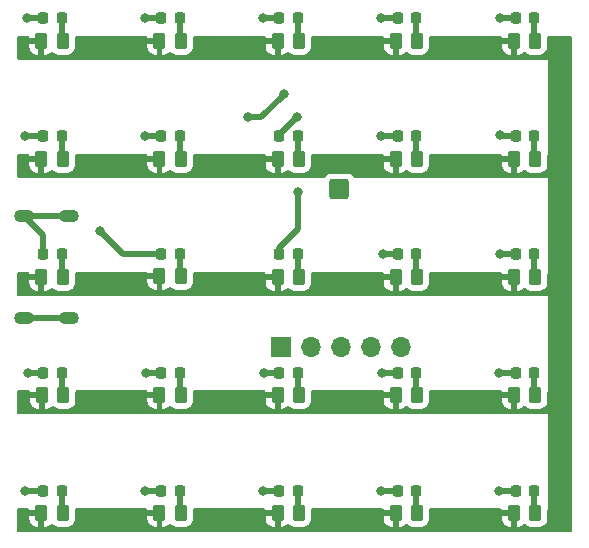
<source format=gtl>
G04 #@! TF.GenerationSoftware,KiCad,Pcbnew,7.0.9*
G04 #@! TF.CreationDate,2024-04-06T01:03:45+02:00*
G04 #@! TF.ProjectId,v3,76332e6b-6963-4616-945f-706362585858,rev?*
G04 #@! TF.SameCoordinates,Original*
G04 #@! TF.FileFunction,Copper,L1,Top*
G04 #@! TF.FilePolarity,Positive*
%FSLAX46Y46*%
G04 Gerber Fmt 4.6, Leading zero omitted, Abs format (unit mm)*
G04 Created by KiCad (PCBNEW 7.0.9) date 2024-04-06 01:03:45*
%MOMM*%
%LPD*%
G01*
G04 APERTURE LIST*
G04 Aperture macros list*
%AMRoundRect*
0 Rectangle with rounded corners*
0 $1 Rounding radius*
0 $2 $3 $4 $5 $6 $7 $8 $9 X,Y pos of 4 corners*
0 Add a 4 corners polygon primitive as box body*
4,1,4,$2,$3,$4,$5,$6,$7,$8,$9,$2,$3,0*
0 Add four circle primitives for the rounded corners*
1,1,$1+$1,$2,$3*
1,1,$1+$1,$4,$5*
1,1,$1+$1,$6,$7*
1,1,$1+$1,$8,$9*
0 Add four rect primitives between the rounded corners*
20,1,$1+$1,$2,$3,$4,$5,0*
20,1,$1+$1,$4,$5,$6,$7,0*
20,1,$1+$1,$6,$7,$8,$9,0*
20,1,$1+$1,$8,$9,$2,$3,0*%
G04 Aperture macros list end*
G04 #@! TA.AperFunction,SMDPad,CuDef*
%ADD10RoundRect,0.250000X-0.262500X-0.450000X0.262500X-0.450000X0.262500X0.450000X-0.262500X0.450000X0*%
G04 #@! TD*
G04 #@! TA.AperFunction,SMDPad,CuDef*
%ADD11RoundRect,0.218750X-0.218750X-0.256250X0.218750X-0.256250X0.218750X0.256250X-0.218750X0.256250X0*%
G04 #@! TD*
G04 #@! TA.AperFunction,ComponentPad*
%ADD12RoundRect,0.250000X0.600000X0.600000X-0.600000X0.600000X-0.600000X-0.600000X0.600000X-0.600000X0*%
G04 #@! TD*
G04 #@! TA.AperFunction,ComponentPad*
%ADD13R,1.700000X1.700000*%
G04 #@! TD*
G04 #@! TA.AperFunction,ComponentPad*
%ADD14O,1.700000X1.700000*%
G04 #@! TD*
G04 #@! TA.AperFunction,ComponentPad*
%ADD15O,1.700000X1.100000*%
G04 #@! TD*
G04 #@! TA.AperFunction,ViaPad*
%ADD16C,0.800000*%
G04 #@! TD*
G04 #@! TA.AperFunction,Conductor*
%ADD17C,0.500000*%
G04 #@! TD*
G04 APERTURE END LIST*
D10*
X174062500Y-116900000D03*
X175887500Y-116900000D03*
X174062500Y-106900000D03*
X175887500Y-106900000D03*
X174062500Y-96900000D03*
X175887500Y-96900000D03*
X174062500Y-86900000D03*
X175887500Y-86900000D03*
X174062500Y-76900000D03*
X175887500Y-76900000D03*
X164062500Y-116900000D03*
X165887500Y-116900000D03*
X164062500Y-106900000D03*
X165887500Y-106900000D03*
X164062500Y-96900000D03*
X165887500Y-96900000D03*
X164062500Y-86900000D03*
X165887500Y-86900000D03*
X164062500Y-76900000D03*
X165887500Y-76900000D03*
X154062500Y-116900000D03*
X155887500Y-116900000D03*
X154062500Y-106900000D03*
X155887500Y-106900000D03*
X154062500Y-96900000D03*
X155887500Y-96900000D03*
X154062500Y-86900000D03*
X155887500Y-86900000D03*
X154062500Y-76900000D03*
X155887500Y-76900000D03*
X144062500Y-116900000D03*
X145887500Y-116900000D03*
X144062500Y-106900000D03*
X145887500Y-106900000D03*
X144062500Y-96800000D03*
X145887500Y-96800000D03*
X144062500Y-86900000D03*
X145887500Y-86900000D03*
X144062500Y-76900000D03*
X145887500Y-76900000D03*
X134062500Y-116900000D03*
X135887500Y-116900000D03*
X134112500Y-106900000D03*
X135937500Y-106900000D03*
X134062500Y-96900000D03*
X135887500Y-96900000D03*
X134062500Y-86900000D03*
X135887500Y-86900000D03*
X134062500Y-76900000D03*
X135887500Y-76900000D03*
D11*
X154200000Y-75000000D03*
X155775000Y-75000000D03*
X154225000Y-85000000D03*
X155800000Y-85000000D03*
X134237500Y-95000000D03*
X135812500Y-95000000D03*
X164225000Y-105000000D03*
X165800000Y-105000000D03*
X164225000Y-115000000D03*
X165800000Y-115000000D03*
X144225000Y-85000000D03*
X145800000Y-85000000D03*
X174225000Y-85000000D03*
X175800000Y-85000000D03*
X144200000Y-105000000D03*
X145775000Y-105000000D03*
X164225000Y-95000000D03*
X165800000Y-95000000D03*
X174225000Y-115000000D03*
X175800000Y-115000000D03*
X174225000Y-95000000D03*
X175800000Y-95000000D03*
X144225000Y-75000000D03*
X145800000Y-75000000D03*
X134225000Y-75000000D03*
X135800000Y-75000000D03*
X164225000Y-85000000D03*
X165800000Y-85000000D03*
X134225000Y-115000000D03*
X135800000Y-115000000D03*
X154225000Y-115000000D03*
X155800000Y-115000000D03*
X174225000Y-75000000D03*
X175800000Y-75000000D03*
X134237500Y-85000000D03*
X135812500Y-85000000D03*
X164225000Y-75000000D03*
X165800000Y-75000000D03*
X134237500Y-105000000D03*
X135812500Y-105000000D03*
X144225000Y-115000000D03*
X145800000Y-115000000D03*
X154225000Y-95000000D03*
X155800000Y-95000000D03*
X174225000Y-105000000D03*
X175800000Y-105000000D03*
X144225000Y-95000000D03*
X145800000Y-95000000D03*
X154225000Y-105000000D03*
X155800000Y-105000000D03*
D12*
X159300000Y-89500000D03*
D13*
X154360000Y-102800000D03*
D14*
X156900000Y-102800000D03*
X159440000Y-102800000D03*
X161980000Y-102800000D03*
X164520000Y-102800000D03*
D15*
X132600000Y-100400000D03*
X136400000Y-100400000D03*
X132600000Y-91760000D03*
X136400000Y-91760000D03*
D16*
X132900000Y-105000000D03*
X132850000Y-75000000D03*
X142800000Y-115000000D03*
X142800000Y-85000000D03*
X172800000Y-105000000D03*
X172900000Y-95000000D03*
X152850000Y-75000000D03*
X172900000Y-75000000D03*
X163000000Y-95000000D03*
X142900000Y-105000000D03*
X139000000Y-93000000D03*
X132700000Y-115000000D03*
X155700000Y-83400000D03*
X162900000Y-105000000D03*
X142800000Y-75000000D03*
X132700000Y-85000000D03*
X172800000Y-115000000D03*
X152800000Y-115000000D03*
X162800000Y-85000000D03*
X152900000Y-105000000D03*
X162850000Y-75000000D03*
X155800000Y-89700000D03*
X162800000Y-115000000D03*
X172900000Y-84900000D03*
X154600000Y-81400000D03*
X151600000Y-83400000D03*
X150100000Y-87800000D03*
X152500000Y-87800000D03*
X151300000Y-87050000D03*
D17*
X141000000Y-95000000D02*
X144225000Y-95000000D01*
X139000000Y-93000000D02*
X141000000Y-95000000D01*
X134237500Y-105000000D02*
X132900000Y-105000000D01*
X155800000Y-92855000D02*
X154225000Y-94430000D01*
X155800000Y-89700000D02*
X155800000Y-92855000D01*
X154225000Y-94430000D02*
X154225000Y-95000000D01*
X155700000Y-83400000D02*
X154225000Y-84875000D01*
X154225000Y-84875000D02*
X154225000Y-85000000D01*
X164225000Y-105000000D02*
X164225000Y-104775000D01*
X174225000Y-75000000D02*
X172900000Y-75000000D01*
X174225000Y-105000000D02*
X172800000Y-105000000D01*
X173000000Y-85000000D02*
X172900000Y-84900000D01*
X174225000Y-115000000D02*
X172800000Y-115000000D01*
X142850000Y-85000000D02*
X142800000Y-85000000D01*
X164225000Y-75000000D02*
X162850000Y-75000000D01*
X132750000Y-115000000D02*
X132700000Y-115000000D01*
X132750000Y-85000000D02*
X132700000Y-85000000D01*
X174225000Y-95000000D02*
X172900000Y-95000000D01*
X154200000Y-75000000D02*
X152850000Y-75000000D01*
X142850000Y-115000000D02*
X142800000Y-115000000D01*
X144200000Y-105000000D02*
X142900000Y-105000000D01*
X144225000Y-85000000D02*
X142850000Y-85000000D01*
X164225000Y-105000000D02*
X163200000Y-105000000D01*
X144225000Y-115000000D02*
X142850000Y-115000000D01*
X144225000Y-75000000D02*
X142800000Y-75000000D01*
X164225000Y-95000000D02*
X163000000Y-95000000D01*
X154225000Y-105000000D02*
X152900000Y-105000000D01*
X162800000Y-85000000D02*
X164225000Y-85000000D01*
X154225000Y-115000000D02*
X152800000Y-115000000D01*
X174225000Y-85000000D02*
X173000000Y-85000000D01*
X132600000Y-91760000D02*
X136400000Y-91760000D01*
X134237500Y-93397500D02*
X132600000Y-91760000D01*
X163200000Y-105000000D02*
X162900000Y-105000000D01*
X134225000Y-115000000D02*
X132750000Y-115000000D01*
X162800000Y-115000000D02*
X164225000Y-115000000D01*
X134237500Y-95000000D02*
X134237500Y-93397500D01*
X134225000Y-75000000D02*
X132850000Y-75000000D01*
X134237500Y-85000000D02*
X132750000Y-85000000D01*
X136400000Y-100400000D02*
X132600000Y-100400000D01*
X135800000Y-76900000D02*
X135800000Y-75000000D01*
X135800000Y-85012500D02*
X135812500Y-85000000D01*
X135800000Y-86900000D02*
X135800000Y-85012500D01*
X135812500Y-95000000D02*
X135812500Y-96887500D01*
X135812500Y-96887500D02*
X135800000Y-96900000D01*
X135812500Y-106862500D02*
X135850000Y-106900000D01*
X135812500Y-105000000D02*
X135812500Y-106862500D01*
X135800000Y-115000000D02*
X135800000Y-116900000D01*
X145800000Y-76900000D02*
X145800000Y-75000000D01*
X145800000Y-85000000D02*
X145800000Y-86900000D01*
X145800000Y-95000000D02*
X145800000Y-96800000D01*
X145775000Y-106875000D02*
X145800000Y-106900000D01*
X145775000Y-105000000D02*
X145775000Y-106875000D01*
X145800000Y-115000000D02*
X145800000Y-116900000D01*
X155800000Y-75025000D02*
X155775000Y-75000000D01*
X155800000Y-76900000D02*
X155800000Y-75025000D01*
X155800000Y-86900000D02*
X155800000Y-85000000D01*
X155800000Y-95000000D02*
X155800000Y-96900000D01*
X155800000Y-105000000D02*
X155800000Y-106900000D01*
X155800000Y-115000000D02*
X155800000Y-116900000D01*
X165800000Y-75000000D02*
X165800000Y-76900000D01*
X165800000Y-86900000D02*
X165800000Y-85000000D01*
X165800000Y-96900000D02*
X165800000Y-95000000D01*
X165800000Y-105000000D02*
X165800000Y-106900000D01*
X165800000Y-115000000D02*
X165800000Y-116900000D01*
X175800000Y-76900000D02*
X175800000Y-75000000D01*
X175800000Y-86900000D02*
X175800000Y-85000000D01*
X175800000Y-96900000D02*
X175800000Y-95000000D01*
X175800000Y-105000000D02*
X175800000Y-106900000D01*
X175800000Y-115000000D02*
X175800000Y-116900000D01*
X151600000Y-83400000D02*
X152700000Y-83400000D01*
X152700000Y-83400000D02*
X154600000Y-81500000D01*
X154600000Y-81500000D02*
X154600000Y-81400000D01*
G04 #@! TA.AperFunction,Conductor*
G36*
X132993039Y-86519685D02*
G01*
X133038794Y-86572489D01*
X133050000Y-86624000D01*
X133050000Y-86650000D01*
X134188500Y-86650000D01*
X134255539Y-86669685D01*
X134301294Y-86722489D01*
X134312500Y-86774000D01*
X134312500Y-88099999D01*
X134374972Y-88099999D01*
X134374986Y-88099998D01*
X134477697Y-88089505D01*
X134644119Y-88034358D01*
X134644124Y-88034356D01*
X134793342Y-87942317D01*
X134886964Y-87848695D01*
X134948287Y-87815210D01*
X135017979Y-87820194D01*
X135062327Y-87848695D01*
X135156344Y-87942712D01*
X135305666Y-88034814D01*
X135472203Y-88089999D01*
X135574991Y-88100500D01*
X136200008Y-88100499D01*
X136200016Y-88100498D01*
X136200019Y-88100498D01*
X136256302Y-88094748D01*
X136302797Y-88089999D01*
X136469334Y-88034814D01*
X136618656Y-87942712D01*
X136742712Y-87818656D01*
X136834814Y-87669334D01*
X136889999Y-87502797D01*
X136900500Y-87400009D01*
X136900500Y-87150000D01*
X143050001Y-87150000D01*
X143050001Y-87399986D01*
X143060494Y-87502697D01*
X143115641Y-87669119D01*
X143115643Y-87669124D01*
X143207684Y-87818345D01*
X143331654Y-87942315D01*
X143480875Y-88034356D01*
X143480880Y-88034358D01*
X143647302Y-88089505D01*
X143647309Y-88089506D01*
X143750019Y-88099999D01*
X143812499Y-88099998D01*
X143812500Y-88099998D01*
X143812500Y-87150000D01*
X143050001Y-87150000D01*
X136900500Y-87150000D01*
X136900499Y-86623999D01*
X136920183Y-86556961D01*
X136972987Y-86511206D01*
X137024499Y-86500000D01*
X142926000Y-86500000D01*
X142993039Y-86519685D01*
X143038794Y-86572489D01*
X143050000Y-86624000D01*
X143050000Y-86650000D01*
X144188500Y-86650000D01*
X144255539Y-86669685D01*
X144301294Y-86722489D01*
X144312500Y-86774000D01*
X144312500Y-88099999D01*
X144374972Y-88099999D01*
X144374986Y-88099998D01*
X144477697Y-88089505D01*
X144644119Y-88034358D01*
X144644124Y-88034356D01*
X144793342Y-87942317D01*
X144886964Y-87848695D01*
X144948287Y-87815210D01*
X145017979Y-87820194D01*
X145062327Y-87848695D01*
X145156344Y-87942712D01*
X145305666Y-88034814D01*
X145472203Y-88089999D01*
X145574991Y-88100500D01*
X146200008Y-88100499D01*
X146200016Y-88100498D01*
X146200019Y-88100498D01*
X146256302Y-88094748D01*
X146302797Y-88089999D01*
X146469334Y-88034814D01*
X146618656Y-87942712D01*
X146742712Y-87818656D01*
X146834814Y-87669334D01*
X146889999Y-87502797D01*
X146900500Y-87400009D01*
X146900500Y-87150000D01*
X153050001Y-87150000D01*
X153050001Y-87399986D01*
X153060494Y-87502697D01*
X153115641Y-87669119D01*
X153115643Y-87669124D01*
X153207684Y-87818345D01*
X153331654Y-87942315D01*
X153480875Y-88034356D01*
X153480880Y-88034358D01*
X153647302Y-88089505D01*
X153647309Y-88089506D01*
X153750019Y-88099999D01*
X153812499Y-88099998D01*
X153812500Y-88099998D01*
X153812500Y-87150000D01*
X153050001Y-87150000D01*
X146900500Y-87150000D01*
X146900499Y-86623999D01*
X146920183Y-86556961D01*
X146972987Y-86511206D01*
X147024499Y-86500000D01*
X152926000Y-86500000D01*
X152993039Y-86519685D01*
X153038794Y-86572489D01*
X153050000Y-86624000D01*
X153050000Y-86650000D01*
X154188500Y-86650000D01*
X154255539Y-86669685D01*
X154301294Y-86722489D01*
X154312500Y-86774000D01*
X154312500Y-88099999D01*
X154374972Y-88099999D01*
X154374986Y-88099998D01*
X154477697Y-88089505D01*
X154644119Y-88034358D01*
X154644124Y-88034356D01*
X154793342Y-87942317D01*
X154886964Y-87848695D01*
X154948287Y-87815210D01*
X155017979Y-87820194D01*
X155062327Y-87848695D01*
X155156344Y-87942712D01*
X155305666Y-88034814D01*
X155472203Y-88089999D01*
X155574991Y-88100500D01*
X156200008Y-88100499D01*
X156200016Y-88100498D01*
X156200019Y-88100498D01*
X156256302Y-88094748D01*
X156302797Y-88089999D01*
X156469334Y-88034814D01*
X156618656Y-87942712D01*
X156742712Y-87818656D01*
X156834814Y-87669334D01*
X156889999Y-87502797D01*
X156900500Y-87400009D01*
X156900500Y-87150000D01*
X163050001Y-87150000D01*
X163050001Y-87399986D01*
X163060494Y-87502697D01*
X163115641Y-87669119D01*
X163115643Y-87669124D01*
X163207684Y-87818345D01*
X163331654Y-87942315D01*
X163480875Y-88034356D01*
X163480880Y-88034358D01*
X163647302Y-88089505D01*
X163647309Y-88089506D01*
X163750019Y-88099999D01*
X163812499Y-88099998D01*
X163812500Y-88099998D01*
X163812500Y-87150000D01*
X163050001Y-87150000D01*
X156900500Y-87150000D01*
X156900499Y-86623999D01*
X156920183Y-86556961D01*
X156972987Y-86511206D01*
X157024499Y-86500000D01*
X162926000Y-86500000D01*
X162993039Y-86519685D01*
X163038794Y-86572489D01*
X163050000Y-86624000D01*
X163050000Y-86650000D01*
X164188500Y-86650000D01*
X164255539Y-86669685D01*
X164301294Y-86722489D01*
X164312500Y-86774000D01*
X164312500Y-88099999D01*
X164374972Y-88099999D01*
X164374986Y-88099998D01*
X164477697Y-88089505D01*
X164644119Y-88034358D01*
X164644124Y-88034356D01*
X164793342Y-87942317D01*
X164886964Y-87848695D01*
X164948287Y-87815210D01*
X165017979Y-87820194D01*
X165062327Y-87848695D01*
X165156344Y-87942712D01*
X165305666Y-88034814D01*
X165472203Y-88089999D01*
X165574991Y-88100500D01*
X166200008Y-88100499D01*
X166200016Y-88100498D01*
X166200019Y-88100498D01*
X166256302Y-88094748D01*
X166302797Y-88089999D01*
X166469334Y-88034814D01*
X166618656Y-87942712D01*
X166742712Y-87818656D01*
X166834814Y-87669334D01*
X166889999Y-87502797D01*
X166900500Y-87400009D01*
X166900500Y-87150000D01*
X173050001Y-87150000D01*
X173050001Y-87399986D01*
X173060494Y-87502697D01*
X173115641Y-87669119D01*
X173115643Y-87669124D01*
X173207684Y-87818345D01*
X173331654Y-87942315D01*
X173480875Y-88034356D01*
X173480880Y-88034358D01*
X173647302Y-88089505D01*
X173647309Y-88089506D01*
X173750019Y-88099999D01*
X173812499Y-88099998D01*
X173812500Y-88099998D01*
X173812500Y-87150000D01*
X173050001Y-87150000D01*
X166900500Y-87150000D01*
X166900499Y-86623999D01*
X166920183Y-86556961D01*
X166972987Y-86511206D01*
X167024499Y-86500000D01*
X172926000Y-86500000D01*
X172993039Y-86519685D01*
X173038794Y-86572489D01*
X173050000Y-86624000D01*
X173050000Y-86650000D01*
X174188500Y-86650000D01*
X174255539Y-86669685D01*
X174301294Y-86722489D01*
X174312500Y-86774000D01*
X174312500Y-88099999D01*
X174374972Y-88099999D01*
X174374986Y-88099998D01*
X174477697Y-88089505D01*
X174644119Y-88034358D01*
X174644124Y-88034356D01*
X174793342Y-87942317D01*
X174886964Y-87848695D01*
X174948287Y-87815210D01*
X175017979Y-87820194D01*
X175062327Y-87848695D01*
X175156344Y-87942712D01*
X175305666Y-88034814D01*
X175472203Y-88089999D01*
X175574991Y-88100500D01*
X176200008Y-88100499D01*
X176200016Y-88100498D01*
X176200019Y-88100498D01*
X176256302Y-88094748D01*
X176302797Y-88089999D01*
X176469334Y-88034814D01*
X176618656Y-87942712D01*
X176742712Y-87818656D01*
X176834814Y-87669334D01*
X176889999Y-87502797D01*
X176900500Y-87400009D01*
X176900499Y-86623999D01*
X176920183Y-86556961D01*
X176972987Y-86511206D01*
X176993188Y-86506811D01*
X177000000Y-86500000D01*
X177000000Y-88500000D01*
X160604266Y-88500000D01*
X160537227Y-88480315D01*
X160498729Y-88441099D01*
X160492712Y-88431344D01*
X160368657Y-88307289D01*
X160368656Y-88307288D01*
X160219334Y-88215186D01*
X160052797Y-88160001D01*
X160052795Y-88160000D01*
X159950010Y-88149500D01*
X158649998Y-88149500D01*
X158649981Y-88149501D01*
X158547203Y-88160000D01*
X158547200Y-88160001D01*
X158380668Y-88215185D01*
X158380663Y-88215187D01*
X158231342Y-88307289D01*
X158107287Y-88431344D01*
X158101271Y-88441099D01*
X158049323Y-88487822D01*
X157995734Y-88500000D01*
X132124000Y-88500000D01*
X132056961Y-88480315D01*
X132011206Y-88427511D01*
X132000000Y-88376000D01*
X132000000Y-87150000D01*
X133050001Y-87150000D01*
X133050001Y-87399986D01*
X133060494Y-87502697D01*
X133115641Y-87669119D01*
X133115643Y-87669124D01*
X133207684Y-87818345D01*
X133331654Y-87942315D01*
X133480875Y-88034356D01*
X133480880Y-88034358D01*
X133647302Y-88089505D01*
X133647309Y-88089506D01*
X133750019Y-88099999D01*
X133812499Y-88099998D01*
X133812500Y-88099998D01*
X133812500Y-87150000D01*
X133050001Y-87150000D01*
X132000000Y-87150000D01*
X132000000Y-86624000D01*
X132019685Y-86556961D01*
X132072489Y-86511206D01*
X132124000Y-86500000D01*
X132926000Y-86500000D01*
X132993039Y-86519685D01*
G37*
G04 #@! TD.AperFunction*
G04 #@! TA.AperFunction,Conductor*
G36*
X133043039Y-106519685D02*
G01*
X133088794Y-106572489D01*
X133100000Y-106624000D01*
X133100000Y-106650000D01*
X134238500Y-106650000D01*
X134305539Y-106669685D01*
X134351294Y-106722489D01*
X134362500Y-106774000D01*
X134362500Y-108099999D01*
X134424972Y-108099999D01*
X134424986Y-108099998D01*
X134527697Y-108089505D01*
X134694119Y-108034358D01*
X134694124Y-108034356D01*
X134843342Y-107942317D01*
X134936964Y-107848695D01*
X134998287Y-107815210D01*
X135067979Y-107820194D01*
X135112327Y-107848695D01*
X135206344Y-107942712D01*
X135355666Y-108034814D01*
X135522203Y-108089999D01*
X135624991Y-108100500D01*
X136250008Y-108100499D01*
X136250016Y-108100498D01*
X136250019Y-108100498D01*
X136306302Y-108094748D01*
X136352797Y-108089999D01*
X136519334Y-108034814D01*
X136668656Y-107942712D01*
X136792712Y-107818656D01*
X136884814Y-107669334D01*
X136939999Y-107502797D01*
X136950500Y-107400009D01*
X136950500Y-107150000D01*
X143050001Y-107150000D01*
X143050001Y-107399986D01*
X143060494Y-107502697D01*
X143115641Y-107669119D01*
X143115643Y-107669124D01*
X143207684Y-107818345D01*
X143331654Y-107942315D01*
X143480875Y-108034356D01*
X143480880Y-108034358D01*
X143647302Y-108089505D01*
X143647309Y-108089506D01*
X143750019Y-108099999D01*
X143812499Y-108099998D01*
X143812500Y-108099998D01*
X143812500Y-107150000D01*
X143050001Y-107150000D01*
X136950500Y-107150000D01*
X136950499Y-106623999D01*
X136970183Y-106556961D01*
X137022987Y-106511206D01*
X137074499Y-106500000D01*
X142926000Y-106500000D01*
X142993039Y-106519685D01*
X143038794Y-106572489D01*
X143050000Y-106624000D01*
X143050000Y-106650000D01*
X144188500Y-106650000D01*
X144255539Y-106669685D01*
X144301294Y-106722489D01*
X144312500Y-106774000D01*
X144312500Y-108099999D01*
X144374972Y-108099999D01*
X144374986Y-108099998D01*
X144477697Y-108089505D01*
X144644119Y-108034358D01*
X144644124Y-108034356D01*
X144793342Y-107942317D01*
X144886964Y-107848695D01*
X144948287Y-107815210D01*
X145017979Y-107820194D01*
X145062327Y-107848695D01*
X145156344Y-107942712D01*
X145305666Y-108034814D01*
X145472203Y-108089999D01*
X145574991Y-108100500D01*
X146200008Y-108100499D01*
X146200016Y-108100498D01*
X146200019Y-108100498D01*
X146256302Y-108094748D01*
X146302797Y-108089999D01*
X146469334Y-108034814D01*
X146618656Y-107942712D01*
X146742712Y-107818656D01*
X146834814Y-107669334D01*
X146889999Y-107502797D01*
X146900500Y-107400009D01*
X146900500Y-107150000D01*
X153050001Y-107150000D01*
X153050001Y-107399986D01*
X153060494Y-107502697D01*
X153115641Y-107669119D01*
X153115643Y-107669124D01*
X153207684Y-107818345D01*
X153331654Y-107942315D01*
X153480875Y-108034356D01*
X153480880Y-108034358D01*
X153647302Y-108089505D01*
X153647309Y-108089506D01*
X153750019Y-108099999D01*
X153812499Y-108099998D01*
X153812500Y-108099998D01*
X153812500Y-107150000D01*
X153050001Y-107150000D01*
X146900500Y-107150000D01*
X146900499Y-106623999D01*
X146920183Y-106556961D01*
X146972987Y-106511206D01*
X147024499Y-106500000D01*
X152926000Y-106500000D01*
X152993039Y-106519685D01*
X153038794Y-106572489D01*
X153050000Y-106624000D01*
X153050000Y-106650000D01*
X154188500Y-106650000D01*
X154255539Y-106669685D01*
X154301294Y-106722489D01*
X154312500Y-106774000D01*
X154312500Y-108099999D01*
X154374972Y-108099999D01*
X154374986Y-108099998D01*
X154477697Y-108089505D01*
X154644119Y-108034358D01*
X154644124Y-108034356D01*
X154793342Y-107942317D01*
X154886964Y-107848695D01*
X154948287Y-107815210D01*
X155017979Y-107820194D01*
X155062327Y-107848695D01*
X155156344Y-107942712D01*
X155305666Y-108034814D01*
X155472203Y-108089999D01*
X155574991Y-108100500D01*
X156200008Y-108100499D01*
X156200016Y-108100498D01*
X156200019Y-108100498D01*
X156256302Y-108094748D01*
X156302797Y-108089999D01*
X156469334Y-108034814D01*
X156618656Y-107942712D01*
X156742712Y-107818656D01*
X156834814Y-107669334D01*
X156889999Y-107502797D01*
X156900500Y-107400009D01*
X156900500Y-107150000D01*
X163050001Y-107150000D01*
X163050001Y-107399986D01*
X163060494Y-107502697D01*
X163115641Y-107669119D01*
X163115643Y-107669124D01*
X163207684Y-107818345D01*
X163331654Y-107942315D01*
X163480875Y-108034356D01*
X163480880Y-108034358D01*
X163647302Y-108089505D01*
X163647309Y-108089506D01*
X163750019Y-108099999D01*
X163812499Y-108099998D01*
X163812500Y-108099998D01*
X163812500Y-107150000D01*
X163050001Y-107150000D01*
X156900500Y-107150000D01*
X156900499Y-106623999D01*
X156920183Y-106556961D01*
X156972987Y-106511206D01*
X157024499Y-106500000D01*
X162926000Y-106500000D01*
X162993039Y-106519685D01*
X163038794Y-106572489D01*
X163050000Y-106624000D01*
X163050000Y-106650000D01*
X164188500Y-106650000D01*
X164255539Y-106669685D01*
X164301294Y-106722489D01*
X164312500Y-106774000D01*
X164312500Y-108099999D01*
X164374972Y-108099999D01*
X164374986Y-108099998D01*
X164477697Y-108089505D01*
X164644119Y-108034358D01*
X164644124Y-108034356D01*
X164793342Y-107942317D01*
X164886964Y-107848695D01*
X164948287Y-107815210D01*
X165017979Y-107820194D01*
X165062327Y-107848695D01*
X165156344Y-107942712D01*
X165305666Y-108034814D01*
X165472203Y-108089999D01*
X165574991Y-108100500D01*
X166200008Y-108100499D01*
X166200016Y-108100498D01*
X166200019Y-108100498D01*
X166256302Y-108094748D01*
X166302797Y-108089999D01*
X166469334Y-108034814D01*
X166618656Y-107942712D01*
X166742712Y-107818656D01*
X166834814Y-107669334D01*
X166889999Y-107502797D01*
X166900500Y-107400009D01*
X166900500Y-107150000D01*
X173050001Y-107150000D01*
X173050001Y-107399986D01*
X173060494Y-107502697D01*
X173115641Y-107669119D01*
X173115643Y-107669124D01*
X173207684Y-107818345D01*
X173331654Y-107942315D01*
X173480875Y-108034356D01*
X173480880Y-108034358D01*
X173647302Y-108089505D01*
X173647309Y-108089506D01*
X173750019Y-108099999D01*
X173812499Y-108099998D01*
X173812500Y-108099998D01*
X173812500Y-107150000D01*
X173050001Y-107150000D01*
X166900500Y-107150000D01*
X166900499Y-106623999D01*
X166920183Y-106556961D01*
X166972987Y-106511206D01*
X167024499Y-106500000D01*
X172926000Y-106500000D01*
X172993039Y-106519685D01*
X173038794Y-106572489D01*
X173050000Y-106624000D01*
X173050000Y-106650000D01*
X174188500Y-106650000D01*
X174255539Y-106669685D01*
X174301294Y-106722489D01*
X174312500Y-106774000D01*
X174312500Y-108099999D01*
X174374972Y-108099999D01*
X174374986Y-108099998D01*
X174477697Y-108089505D01*
X174644119Y-108034358D01*
X174644124Y-108034356D01*
X174793342Y-107942317D01*
X174886964Y-107848695D01*
X174948287Y-107815210D01*
X175017979Y-107820194D01*
X175062327Y-107848695D01*
X175156344Y-107942712D01*
X175305666Y-108034814D01*
X175472203Y-108089999D01*
X175574991Y-108100500D01*
X176200008Y-108100499D01*
X176200016Y-108100498D01*
X176200019Y-108100498D01*
X176256302Y-108094748D01*
X176302797Y-108089999D01*
X176469334Y-108034814D01*
X176618656Y-107942712D01*
X176742712Y-107818656D01*
X176834814Y-107669334D01*
X176889999Y-107502797D01*
X176900500Y-107400009D01*
X176900499Y-106623999D01*
X176920183Y-106556961D01*
X176972987Y-106511206D01*
X176993188Y-106506811D01*
X177000000Y-106500000D01*
X177000000Y-108500000D01*
X132124000Y-108500000D01*
X132056961Y-108480315D01*
X132011206Y-108427511D01*
X132000000Y-108376000D01*
X132000000Y-107150000D01*
X133100001Y-107150000D01*
X133100001Y-107399986D01*
X133110494Y-107502697D01*
X133165641Y-107669119D01*
X133165643Y-107669124D01*
X133257684Y-107818345D01*
X133381654Y-107942315D01*
X133530875Y-108034356D01*
X133530880Y-108034358D01*
X133697302Y-108089505D01*
X133697309Y-108089506D01*
X133800019Y-108099999D01*
X133862499Y-108099998D01*
X133862500Y-108099998D01*
X133862500Y-107150000D01*
X133100001Y-107150000D01*
X132000000Y-107150000D01*
X132000000Y-106624000D01*
X132019685Y-106556961D01*
X132072489Y-106511206D01*
X132124000Y-106500000D01*
X132976000Y-106500000D01*
X133043039Y-106519685D01*
G37*
G04 #@! TD.AperFunction*
G04 #@! TA.AperFunction,Conductor*
G36*
X178943039Y-76519685D02*
G01*
X178988794Y-76572489D01*
X179000000Y-76624000D01*
X179000000Y-118376000D01*
X178980315Y-118443039D01*
X178927511Y-118488794D01*
X178876000Y-118500000D01*
X177000000Y-118500000D01*
X177000000Y-76500000D01*
X178876000Y-76500000D01*
X178943039Y-76519685D01*
G37*
G04 #@! TD.AperFunction*
G04 #@! TA.AperFunction,Conductor*
G36*
X132993039Y-76519685D02*
G01*
X133038794Y-76572489D01*
X133050000Y-76624000D01*
X133050000Y-76650000D01*
X134188500Y-76650000D01*
X134255539Y-76669685D01*
X134301294Y-76722489D01*
X134312500Y-76774000D01*
X134312500Y-78099999D01*
X134374972Y-78099999D01*
X134374986Y-78099998D01*
X134477697Y-78089505D01*
X134644119Y-78034358D01*
X134644124Y-78034356D01*
X134793342Y-77942317D01*
X134886964Y-77848695D01*
X134948287Y-77815210D01*
X135017979Y-77820194D01*
X135062327Y-77848695D01*
X135156344Y-77942712D01*
X135305666Y-78034814D01*
X135472203Y-78089999D01*
X135574991Y-78100500D01*
X136200008Y-78100499D01*
X136200016Y-78100498D01*
X136200019Y-78100498D01*
X136256302Y-78094748D01*
X136302797Y-78089999D01*
X136469334Y-78034814D01*
X136618656Y-77942712D01*
X136742712Y-77818656D01*
X136834814Y-77669334D01*
X136889999Y-77502797D01*
X136900500Y-77400009D01*
X136900500Y-77150000D01*
X143050001Y-77150000D01*
X143050001Y-77399986D01*
X143060494Y-77502697D01*
X143115641Y-77669119D01*
X143115643Y-77669124D01*
X143207684Y-77818345D01*
X143331654Y-77942315D01*
X143480875Y-78034356D01*
X143480880Y-78034358D01*
X143647302Y-78089505D01*
X143647309Y-78089506D01*
X143750019Y-78099999D01*
X143812499Y-78099998D01*
X143812500Y-78099998D01*
X143812500Y-77150000D01*
X143050001Y-77150000D01*
X136900500Y-77150000D01*
X136900499Y-76623999D01*
X136920183Y-76556961D01*
X136972987Y-76511206D01*
X137024499Y-76500000D01*
X142926000Y-76500000D01*
X142993039Y-76519685D01*
X143038794Y-76572489D01*
X143050000Y-76624000D01*
X143050000Y-76650000D01*
X144188500Y-76650000D01*
X144255539Y-76669685D01*
X144301294Y-76722489D01*
X144312500Y-76774000D01*
X144312500Y-78099999D01*
X144374972Y-78099999D01*
X144374986Y-78099998D01*
X144477697Y-78089505D01*
X144644119Y-78034358D01*
X144644124Y-78034356D01*
X144793342Y-77942317D01*
X144886964Y-77848695D01*
X144948287Y-77815210D01*
X145017979Y-77820194D01*
X145062327Y-77848695D01*
X145156344Y-77942712D01*
X145305666Y-78034814D01*
X145472203Y-78089999D01*
X145574991Y-78100500D01*
X146200008Y-78100499D01*
X146200016Y-78100498D01*
X146200019Y-78100498D01*
X146256302Y-78094748D01*
X146302797Y-78089999D01*
X146469334Y-78034814D01*
X146618656Y-77942712D01*
X146742712Y-77818656D01*
X146834814Y-77669334D01*
X146889999Y-77502797D01*
X146900500Y-77400009D01*
X146900500Y-77150000D01*
X153050001Y-77150000D01*
X153050001Y-77399986D01*
X153060494Y-77502697D01*
X153115641Y-77669119D01*
X153115643Y-77669124D01*
X153207684Y-77818345D01*
X153331654Y-77942315D01*
X153480875Y-78034356D01*
X153480880Y-78034358D01*
X153647302Y-78089505D01*
X153647309Y-78089506D01*
X153750019Y-78099999D01*
X153812499Y-78099998D01*
X153812500Y-78099998D01*
X153812500Y-77150000D01*
X153050001Y-77150000D01*
X146900500Y-77150000D01*
X146900499Y-76623999D01*
X146920183Y-76556961D01*
X146972987Y-76511206D01*
X147024499Y-76500000D01*
X152926000Y-76500000D01*
X152993039Y-76519685D01*
X153038794Y-76572489D01*
X153050000Y-76624000D01*
X153050000Y-76650000D01*
X154188500Y-76650000D01*
X154255539Y-76669685D01*
X154301294Y-76722489D01*
X154312500Y-76774000D01*
X154312500Y-78099999D01*
X154374972Y-78099999D01*
X154374986Y-78099998D01*
X154477697Y-78089505D01*
X154644119Y-78034358D01*
X154644124Y-78034356D01*
X154793342Y-77942317D01*
X154886964Y-77848695D01*
X154948287Y-77815210D01*
X155017979Y-77820194D01*
X155062327Y-77848695D01*
X155156344Y-77942712D01*
X155305666Y-78034814D01*
X155472203Y-78089999D01*
X155574991Y-78100500D01*
X156200008Y-78100499D01*
X156200016Y-78100498D01*
X156200019Y-78100498D01*
X156256302Y-78094748D01*
X156302797Y-78089999D01*
X156469334Y-78034814D01*
X156618656Y-77942712D01*
X156742712Y-77818656D01*
X156834814Y-77669334D01*
X156889999Y-77502797D01*
X156900500Y-77400009D01*
X156900500Y-77150000D01*
X163050001Y-77150000D01*
X163050001Y-77399986D01*
X163060494Y-77502697D01*
X163115641Y-77669119D01*
X163115643Y-77669124D01*
X163207684Y-77818345D01*
X163331654Y-77942315D01*
X163480875Y-78034356D01*
X163480880Y-78034358D01*
X163647302Y-78089505D01*
X163647309Y-78089506D01*
X163750019Y-78099999D01*
X163812499Y-78099998D01*
X163812500Y-78099998D01*
X163812500Y-77150000D01*
X163050001Y-77150000D01*
X156900500Y-77150000D01*
X156900499Y-76623999D01*
X156920183Y-76556961D01*
X156972987Y-76511206D01*
X157024499Y-76500000D01*
X162926000Y-76500000D01*
X162993039Y-76519685D01*
X163038794Y-76572489D01*
X163050000Y-76624000D01*
X163050000Y-76650000D01*
X164188500Y-76650000D01*
X164255539Y-76669685D01*
X164301294Y-76722489D01*
X164312500Y-76774000D01*
X164312500Y-78099999D01*
X164374972Y-78099999D01*
X164374986Y-78099998D01*
X164477697Y-78089505D01*
X164644119Y-78034358D01*
X164644124Y-78034356D01*
X164793342Y-77942317D01*
X164886964Y-77848695D01*
X164948287Y-77815210D01*
X165017979Y-77820194D01*
X165062327Y-77848695D01*
X165156344Y-77942712D01*
X165305666Y-78034814D01*
X165472203Y-78089999D01*
X165574991Y-78100500D01*
X166200008Y-78100499D01*
X166200016Y-78100498D01*
X166200019Y-78100498D01*
X166256302Y-78094748D01*
X166302797Y-78089999D01*
X166469334Y-78034814D01*
X166618656Y-77942712D01*
X166742712Y-77818656D01*
X166834814Y-77669334D01*
X166889999Y-77502797D01*
X166900500Y-77400009D01*
X166900500Y-77150000D01*
X173050001Y-77150000D01*
X173050001Y-77399986D01*
X173060494Y-77502697D01*
X173115641Y-77669119D01*
X173115643Y-77669124D01*
X173207684Y-77818345D01*
X173331654Y-77942315D01*
X173480875Y-78034356D01*
X173480880Y-78034358D01*
X173647302Y-78089505D01*
X173647309Y-78089506D01*
X173750019Y-78099999D01*
X173812499Y-78099998D01*
X173812500Y-78099998D01*
X173812500Y-77150000D01*
X173050001Y-77150000D01*
X166900500Y-77150000D01*
X166900499Y-76623999D01*
X166920183Y-76556961D01*
X166972987Y-76511206D01*
X167024499Y-76500000D01*
X172926000Y-76500000D01*
X172993039Y-76519685D01*
X173038794Y-76572489D01*
X173050000Y-76624000D01*
X173050000Y-76650000D01*
X174188500Y-76650000D01*
X174255539Y-76669685D01*
X174301294Y-76722489D01*
X174312500Y-76774000D01*
X174312500Y-78099999D01*
X174374972Y-78099999D01*
X174374986Y-78099998D01*
X174477697Y-78089505D01*
X174644119Y-78034358D01*
X174644124Y-78034356D01*
X174793342Y-77942317D01*
X174886964Y-77848695D01*
X174948287Y-77815210D01*
X175017979Y-77820194D01*
X175062327Y-77848695D01*
X175156344Y-77942712D01*
X175305666Y-78034814D01*
X175472203Y-78089999D01*
X175574991Y-78100500D01*
X176200008Y-78100499D01*
X176200016Y-78100498D01*
X176200019Y-78100498D01*
X176256302Y-78094748D01*
X176302797Y-78089999D01*
X176469334Y-78034814D01*
X176618656Y-77942712D01*
X176742712Y-77818656D01*
X176834814Y-77669334D01*
X176889999Y-77502797D01*
X176900500Y-77400009D01*
X176900499Y-76623999D01*
X176920183Y-76556961D01*
X176972987Y-76511206D01*
X177000000Y-76505329D01*
X177000000Y-78500000D01*
X132124000Y-78500000D01*
X132056961Y-78480315D01*
X132011206Y-78427511D01*
X132000000Y-78376000D01*
X132000000Y-77150000D01*
X133050001Y-77150000D01*
X133050001Y-77399986D01*
X133060494Y-77502697D01*
X133115641Y-77669119D01*
X133115643Y-77669124D01*
X133207684Y-77818345D01*
X133331654Y-77942315D01*
X133480875Y-78034356D01*
X133480880Y-78034358D01*
X133647302Y-78089505D01*
X133647309Y-78089506D01*
X133750019Y-78099999D01*
X133812499Y-78099998D01*
X133812500Y-78099998D01*
X133812500Y-77150000D01*
X133050001Y-77150000D01*
X132000000Y-77150000D01*
X132000000Y-76624000D01*
X132019685Y-76556961D01*
X132072489Y-76511206D01*
X132124000Y-76500000D01*
X132926000Y-76500000D01*
X132993039Y-76519685D01*
G37*
G04 #@! TD.AperFunction*
G04 #@! TA.AperFunction,Conductor*
G36*
X132993039Y-116519685D02*
G01*
X133038794Y-116572489D01*
X133050000Y-116624000D01*
X133050000Y-116650000D01*
X134188500Y-116650000D01*
X134255539Y-116669685D01*
X134301294Y-116722489D01*
X134312500Y-116774000D01*
X134312500Y-118099999D01*
X134374972Y-118099999D01*
X134374986Y-118099998D01*
X134477697Y-118089505D01*
X134644119Y-118034358D01*
X134644124Y-118034356D01*
X134793342Y-117942317D01*
X134886964Y-117848695D01*
X134948287Y-117815210D01*
X135017979Y-117820194D01*
X135062327Y-117848695D01*
X135156344Y-117942712D01*
X135305666Y-118034814D01*
X135472203Y-118089999D01*
X135574991Y-118100500D01*
X136200008Y-118100499D01*
X136200016Y-118100498D01*
X136200019Y-118100498D01*
X136256302Y-118094748D01*
X136302797Y-118089999D01*
X136469334Y-118034814D01*
X136618656Y-117942712D01*
X136742712Y-117818656D01*
X136834814Y-117669334D01*
X136889999Y-117502797D01*
X136900500Y-117400009D01*
X136900500Y-117150000D01*
X143050001Y-117150000D01*
X143050001Y-117399986D01*
X143060494Y-117502697D01*
X143115641Y-117669119D01*
X143115643Y-117669124D01*
X143207684Y-117818345D01*
X143331654Y-117942315D01*
X143480875Y-118034356D01*
X143480880Y-118034358D01*
X143647302Y-118089505D01*
X143647309Y-118089506D01*
X143750019Y-118099999D01*
X143812499Y-118099998D01*
X143812500Y-118099998D01*
X143812500Y-117150000D01*
X143050001Y-117150000D01*
X136900500Y-117150000D01*
X136900499Y-116623999D01*
X136920183Y-116556961D01*
X136972987Y-116511206D01*
X137024499Y-116500000D01*
X142926000Y-116500000D01*
X142993039Y-116519685D01*
X143038794Y-116572489D01*
X143050000Y-116624000D01*
X143050000Y-116650000D01*
X144188500Y-116650000D01*
X144255539Y-116669685D01*
X144301294Y-116722489D01*
X144312500Y-116774000D01*
X144312500Y-118099999D01*
X144374972Y-118099999D01*
X144374986Y-118099998D01*
X144477697Y-118089505D01*
X144644119Y-118034358D01*
X144644124Y-118034356D01*
X144793342Y-117942317D01*
X144886964Y-117848695D01*
X144948287Y-117815210D01*
X145017979Y-117820194D01*
X145062327Y-117848695D01*
X145156344Y-117942712D01*
X145305666Y-118034814D01*
X145472203Y-118089999D01*
X145574991Y-118100500D01*
X146200008Y-118100499D01*
X146200016Y-118100498D01*
X146200019Y-118100498D01*
X146256302Y-118094748D01*
X146302797Y-118089999D01*
X146469334Y-118034814D01*
X146618656Y-117942712D01*
X146742712Y-117818656D01*
X146834814Y-117669334D01*
X146889999Y-117502797D01*
X146900500Y-117400009D01*
X146900500Y-117150000D01*
X153050001Y-117150000D01*
X153050001Y-117399986D01*
X153060494Y-117502697D01*
X153115641Y-117669119D01*
X153115643Y-117669124D01*
X153207684Y-117818345D01*
X153331654Y-117942315D01*
X153480875Y-118034356D01*
X153480880Y-118034358D01*
X153647302Y-118089505D01*
X153647309Y-118089506D01*
X153750019Y-118099999D01*
X153812499Y-118099998D01*
X153812500Y-118099998D01*
X153812500Y-117150000D01*
X153050001Y-117150000D01*
X146900500Y-117150000D01*
X146900499Y-116623999D01*
X146920183Y-116556961D01*
X146972987Y-116511206D01*
X147024499Y-116500000D01*
X152926000Y-116500000D01*
X152993039Y-116519685D01*
X153038794Y-116572489D01*
X153050000Y-116624000D01*
X153050000Y-116650000D01*
X154188500Y-116650000D01*
X154255539Y-116669685D01*
X154301294Y-116722489D01*
X154312500Y-116774000D01*
X154312500Y-118099999D01*
X154374972Y-118099999D01*
X154374986Y-118099998D01*
X154477697Y-118089505D01*
X154644119Y-118034358D01*
X154644124Y-118034356D01*
X154793342Y-117942317D01*
X154886964Y-117848695D01*
X154948287Y-117815210D01*
X155017979Y-117820194D01*
X155062327Y-117848695D01*
X155156344Y-117942712D01*
X155305666Y-118034814D01*
X155472203Y-118089999D01*
X155574991Y-118100500D01*
X156200008Y-118100499D01*
X156200016Y-118100498D01*
X156200019Y-118100498D01*
X156256302Y-118094748D01*
X156302797Y-118089999D01*
X156469334Y-118034814D01*
X156618656Y-117942712D01*
X156742712Y-117818656D01*
X156834814Y-117669334D01*
X156889999Y-117502797D01*
X156900500Y-117400009D01*
X156900500Y-117150000D01*
X163050001Y-117150000D01*
X163050001Y-117399986D01*
X163060494Y-117502697D01*
X163115641Y-117669119D01*
X163115643Y-117669124D01*
X163207684Y-117818345D01*
X163331654Y-117942315D01*
X163480875Y-118034356D01*
X163480880Y-118034358D01*
X163647302Y-118089505D01*
X163647309Y-118089506D01*
X163750019Y-118099999D01*
X163812499Y-118099998D01*
X163812500Y-118099998D01*
X163812500Y-117150000D01*
X163050001Y-117150000D01*
X156900500Y-117150000D01*
X156900499Y-116623999D01*
X156920183Y-116556961D01*
X156972987Y-116511206D01*
X157024499Y-116500000D01*
X162926000Y-116500000D01*
X162993039Y-116519685D01*
X163038794Y-116572489D01*
X163050000Y-116624000D01*
X163050000Y-116650000D01*
X164188500Y-116650000D01*
X164255539Y-116669685D01*
X164301294Y-116722489D01*
X164312500Y-116774000D01*
X164312500Y-118099999D01*
X164374972Y-118099999D01*
X164374986Y-118099998D01*
X164477697Y-118089505D01*
X164644119Y-118034358D01*
X164644124Y-118034356D01*
X164793342Y-117942317D01*
X164886964Y-117848695D01*
X164948287Y-117815210D01*
X165017979Y-117820194D01*
X165062327Y-117848695D01*
X165156344Y-117942712D01*
X165305666Y-118034814D01*
X165472203Y-118089999D01*
X165574991Y-118100500D01*
X166200008Y-118100499D01*
X166200016Y-118100498D01*
X166200019Y-118100498D01*
X166256302Y-118094748D01*
X166302797Y-118089999D01*
X166469334Y-118034814D01*
X166618656Y-117942712D01*
X166742712Y-117818656D01*
X166834814Y-117669334D01*
X166889999Y-117502797D01*
X166900500Y-117400009D01*
X166900500Y-117150000D01*
X173050001Y-117150000D01*
X173050001Y-117399986D01*
X173060494Y-117502697D01*
X173115641Y-117669119D01*
X173115643Y-117669124D01*
X173207684Y-117818345D01*
X173331654Y-117942315D01*
X173480875Y-118034356D01*
X173480880Y-118034358D01*
X173647302Y-118089505D01*
X173647309Y-118089506D01*
X173750019Y-118099999D01*
X173812499Y-118099998D01*
X173812500Y-118099998D01*
X173812500Y-117150000D01*
X173050001Y-117150000D01*
X166900500Y-117150000D01*
X166900499Y-116623999D01*
X166920183Y-116556961D01*
X166972987Y-116511206D01*
X167024499Y-116500000D01*
X172926000Y-116500000D01*
X172993039Y-116519685D01*
X173038794Y-116572489D01*
X173050000Y-116624000D01*
X173050000Y-116650000D01*
X174188500Y-116650000D01*
X174255539Y-116669685D01*
X174301294Y-116722489D01*
X174312500Y-116774000D01*
X174312500Y-118099999D01*
X174374972Y-118099999D01*
X174374986Y-118099998D01*
X174477697Y-118089505D01*
X174644119Y-118034358D01*
X174644124Y-118034356D01*
X174793342Y-117942317D01*
X174886964Y-117848695D01*
X174948287Y-117815210D01*
X175017979Y-117820194D01*
X175062327Y-117848695D01*
X175156344Y-117942712D01*
X175305666Y-118034814D01*
X175472203Y-118089999D01*
X175574991Y-118100500D01*
X176200008Y-118100499D01*
X176200016Y-118100498D01*
X176200019Y-118100498D01*
X176256302Y-118094748D01*
X176302797Y-118089999D01*
X176469334Y-118034814D01*
X176618656Y-117942712D01*
X176742712Y-117818656D01*
X176834814Y-117669334D01*
X176889999Y-117502797D01*
X176900500Y-117400009D01*
X176900499Y-116623999D01*
X176920183Y-116556961D01*
X176972987Y-116511206D01*
X176993188Y-116506811D01*
X177000000Y-116500000D01*
X177000000Y-118500000D01*
X132124000Y-118500000D01*
X132056961Y-118480315D01*
X132011206Y-118427511D01*
X132000000Y-118376000D01*
X132000000Y-117150000D01*
X133050001Y-117150000D01*
X133050001Y-117399986D01*
X133060494Y-117502697D01*
X133115641Y-117669119D01*
X133115643Y-117669124D01*
X133207684Y-117818345D01*
X133331654Y-117942315D01*
X133480875Y-118034356D01*
X133480880Y-118034358D01*
X133647302Y-118089505D01*
X133647309Y-118089506D01*
X133750019Y-118099999D01*
X133812499Y-118099998D01*
X133812500Y-118099998D01*
X133812500Y-117150000D01*
X133050001Y-117150000D01*
X132000000Y-117150000D01*
X132000000Y-116624000D01*
X132019685Y-116556961D01*
X132072489Y-116511206D01*
X132124000Y-116500000D01*
X132926000Y-116500000D01*
X132993039Y-116519685D01*
G37*
G04 #@! TD.AperFunction*
G04 #@! TA.AperFunction,Conductor*
G36*
X132993039Y-96519685D02*
G01*
X133038794Y-96572489D01*
X133050000Y-96624000D01*
X133050000Y-96650000D01*
X134188500Y-96650000D01*
X134255539Y-96669685D01*
X134301294Y-96722489D01*
X134312500Y-96774000D01*
X134312500Y-98099999D01*
X134374972Y-98099999D01*
X134374986Y-98099998D01*
X134477697Y-98089505D01*
X134644119Y-98034358D01*
X134644124Y-98034356D01*
X134793342Y-97942317D01*
X134886964Y-97848695D01*
X134948287Y-97815210D01*
X135017979Y-97820194D01*
X135062327Y-97848695D01*
X135156344Y-97942712D01*
X135305666Y-98034814D01*
X135472203Y-98089999D01*
X135574991Y-98100500D01*
X136200008Y-98100499D01*
X136200016Y-98100498D01*
X136200019Y-98100498D01*
X136256302Y-98094748D01*
X136302797Y-98089999D01*
X136469334Y-98034814D01*
X136618656Y-97942712D01*
X136742712Y-97818656D01*
X136834814Y-97669334D01*
X136889999Y-97502797D01*
X136900500Y-97400009D01*
X136900500Y-97050000D01*
X143050001Y-97050000D01*
X143050001Y-97299986D01*
X143060494Y-97402697D01*
X143115641Y-97569119D01*
X143115643Y-97569124D01*
X143207684Y-97718345D01*
X143331654Y-97842315D01*
X143480875Y-97934356D01*
X143480880Y-97934358D01*
X143647302Y-97989505D01*
X143647309Y-97989506D01*
X143750019Y-97999999D01*
X143812499Y-97999998D01*
X143812500Y-97999998D01*
X143812500Y-97050000D01*
X143050001Y-97050000D01*
X136900500Y-97050000D01*
X136900499Y-96623999D01*
X136920183Y-96556961D01*
X136972987Y-96511206D01*
X137024499Y-96500000D01*
X142948638Y-96500000D01*
X143015677Y-96519685D01*
X143036319Y-96536319D01*
X143050000Y-96550000D01*
X144188500Y-96550000D01*
X144255539Y-96569685D01*
X144301294Y-96622489D01*
X144312500Y-96674000D01*
X144312500Y-97999999D01*
X144374972Y-97999999D01*
X144374986Y-97999998D01*
X144477697Y-97989505D01*
X144644119Y-97934358D01*
X144644124Y-97934356D01*
X144793342Y-97842317D01*
X144886964Y-97748695D01*
X144948287Y-97715210D01*
X145017979Y-97720194D01*
X145062327Y-97748695D01*
X145156344Y-97842712D01*
X145305666Y-97934814D01*
X145472203Y-97989999D01*
X145574991Y-98000500D01*
X146200008Y-98000499D01*
X146200016Y-98000498D01*
X146200019Y-98000498D01*
X146256302Y-97994748D01*
X146302797Y-97989999D01*
X146469334Y-97934814D01*
X146618656Y-97842712D01*
X146742712Y-97718656D01*
X146834814Y-97569334D01*
X146889999Y-97402797D01*
X146900500Y-97300009D01*
X146900500Y-97150000D01*
X153050001Y-97150000D01*
X153050001Y-97399986D01*
X153060494Y-97502697D01*
X153115641Y-97669119D01*
X153115643Y-97669124D01*
X153207684Y-97818345D01*
X153331654Y-97942315D01*
X153480875Y-98034356D01*
X153480880Y-98034358D01*
X153647302Y-98089505D01*
X153647309Y-98089506D01*
X153750019Y-98099999D01*
X153812499Y-98099998D01*
X153812500Y-98099998D01*
X153812500Y-97150000D01*
X153050001Y-97150000D01*
X146900500Y-97150000D01*
X146900499Y-96623998D01*
X146920183Y-96556961D01*
X146972987Y-96511206D01*
X147024499Y-96500000D01*
X152926000Y-96500000D01*
X152993039Y-96519685D01*
X153038794Y-96572489D01*
X153050000Y-96624000D01*
X153050000Y-96650000D01*
X154188500Y-96650000D01*
X154255539Y-96669685D01*
X154301294Y-96722489D01*
X154312500Y-96774000D01*
X154312500Y-98099999D01*
X154374972Y-98099999D01*
X154374986Y-98099998D01*
X154477697Y-98089505D01*
X154644119Y-98034358D01*
X154644124Y-98034356D01*
X154793342Y-97942317D01*
X154886964Y-97848695D01*
X154948287Y-97815210D01*
X155017979Y-97820194D01*
X155062327Y-97848695D01*
X155156344Y-97942712D01*
X155305666Y-98034814D01*
X155472203Y-98089999D01*
X155574991Y-98100500D01*
X156200008Y-98100499D01*
X156200016Y-98100498D01*
X156200019Y-98100498D01*
X156256302Y-98094748D01*
X156302797Y-98089999D01*
X156469334Y-98034814D01*
X156618656Y-97942712D01*
X156742712Y-97818656D01*
X156834814Y-97669334D01*
X156889999Y-97502797D01*
X156900500Y-97400009D01*
X156900500Y-97150000D01*
X163050001Y-97150000D01*
X163050001Y-97399986D01*
X163060494Y-97502697D01*
X163115641Y-97669119D01*
X163115643Y-97669124D01*
X163207684Y-97818345D01*
X163331654Y-97942315D01*
X163480875Y-98034356D01*
X163480880Y-98034358D01*
X163647302Y-98089505D01*
X163647309Y-98089506D01*
X163750019Y-98099999D01*
X163812499Y-98099998D01*
X163812500Y-98099998D01*
X163812500Y-97150000D01*
X163050001Y-97150000D01*
X156900500Y-97150000D01*
X156900499Y-96623999D01*
X156920183Y-96556961D01*
X156972987Y-96511206D01*
X157024499Y-96500000D01*
X162926000Y-96500000D01*
X162993039Y-96519685D01*
X163038794Y-96572489D01*
X163050000Y-96624000D01*
X163050000Y-96650000D01*
X164188500Y-96650000D01*
X164255539Y-96669685D01*
X164301294Y-96722489D01*
X164312500Y-96774000D01*
X164312500Y-98099999D01*
X164374972Y-98099999D01*
X164374986Y-98099998D01*
X164477697Y-98089505D01*
X164644119Y-98034358D01*
X164644124Y-98034356D01*
X164793342Y-97942317D01*
X164886964Y-97848695D01*
X164948287Y-97815210D01*
X165017979Y-97820194D01*
X165062327Y-97848695D01*
X165156344Y-97942712D01*
X165305666Y-98034814D01*
X165472203Y-98089999D01*
X165574991Y-98100500D01*
X166200008Y-98100499D01*
X166200016Y-98100498D01*
X166200019Y-98100498D01*
X166256302Y-98094748D01*
X166302797Y-98089999D01*
X166469334Y-98034814D01*
X166618656Y-97942712D01*
X166742712Y-97818656D01*
X166834814Y-97669334D01*
X166889999Y-97502797D01*
X166900500Y-97400009D01*
X166900500Y-97150000D01*
X173050001Y-97150000D01*
X173050001Y-97399986D01*
X173060494Y-97502697D01*
X173115641Y-97669119D01*
X173115643Y-97669124D01*
X173207684Y-97818345D01*
X173331654Y-97942315D01*
X173480875Y-98034356D01*
X173480880Y-98034358D01*
X173647302Y-98089505D01*
X173647309Y-98089506D01*
X173750019Y-98099999D01*
X173812499Y-98099998D01*
X173812500Y-98099998D01*
X173812500Y-97150000D01*
X173050001Y-97150000D01*
X166900500Y-97150000D01*
X166900499Y-96623999D01*
X166920183Y-96556961D01*
X166972987Y-96511206D01*
X167024499Y-96500000D01*
X172926000Y-96500000D01*
X172993039Y-96519685D01*
X173038794Y-96572489D01*
X173050000Y-96624000D01*
X173050000Y-96650000D01*
X174188500Y-96650000D01*
X174255539Y-96669685D01*
X174301294Y-96722489D01*
X174312500Y-96774000D01*
X174312500Y-98099999D01*
X174374972Y-98099999D01*
X174374986Y-98099998D01*
X174477697Y-98089505D01*
X174644119Y-98034358D01*
X174644124Y-98034356D01*
X174793342Y-97942317D01*
X174886964Y-97848695D01*
X174948287Y-97815210D01*
X175017979Y-97820194D01*
X175062327Y-97848695D01*
X175156344Y-97942712D01*
X175305666Y-98034814D01*
X175472203Y-98089999D01*
X175574991Y-98100500D01*
X176200008Y-98100499D01*
X176200016Y-98100498D01*
X176200019Y-98100498D01*
X176256302Y-98094748D01*
X176302797Y-98089999D01*
X176469334Y-98034814D01*
X176618656Y-97942712D01*
X176742712Y-97818656D01*
X176834814Y-97669334D01*
X176889999Y-97502797D01*
X176900500Y-97400009D01*
X176900499Y-96623999D01*
X176920183Y-96556961D01*
X176972987Y-96511206D01*
X176993188Y-96506811D01*
X177000000Y-96500000D01*
X177000000Y-98500000D01*
X132124000Y-98500000D01*
X132056961Y-98480315D01*
X132011206Y-98427511D01*
X132000000Y-98376000D01*
X132000000Y-97150000D01*
X133050001Y-97150000D01*
X133050001Y-97399986D01*
X133060494Y-97502697D01*
X133115641Y-97669119D01*
X133115643Y-97669124D01*
X133207684Y-97818345D01*
X133331654Y-97942315D01*
X133480875Y-98034356D01*
X133480880Y-98034358D01*
X133647302Y-98089505D01*
X133647309Y-98089506D01*
X133750019Y-98099999D01*
X133812499Y-98099998D01*
X133812500Y-98099998D01*
X133812500Y-97150000D01*
X133050001Y-97150000D01*
X132000000Y-97150000D01*
X132000000Y-96624000D01*
X132019685Y-96556961D01*
X132072489Y-96511206D01*
X132124000Y-96500000D01*
X132926000Y-96500000D01*
X132993039Y-96519685D01*
G37*
G04 #@! TD.AperFunction*
M02*

</source>
